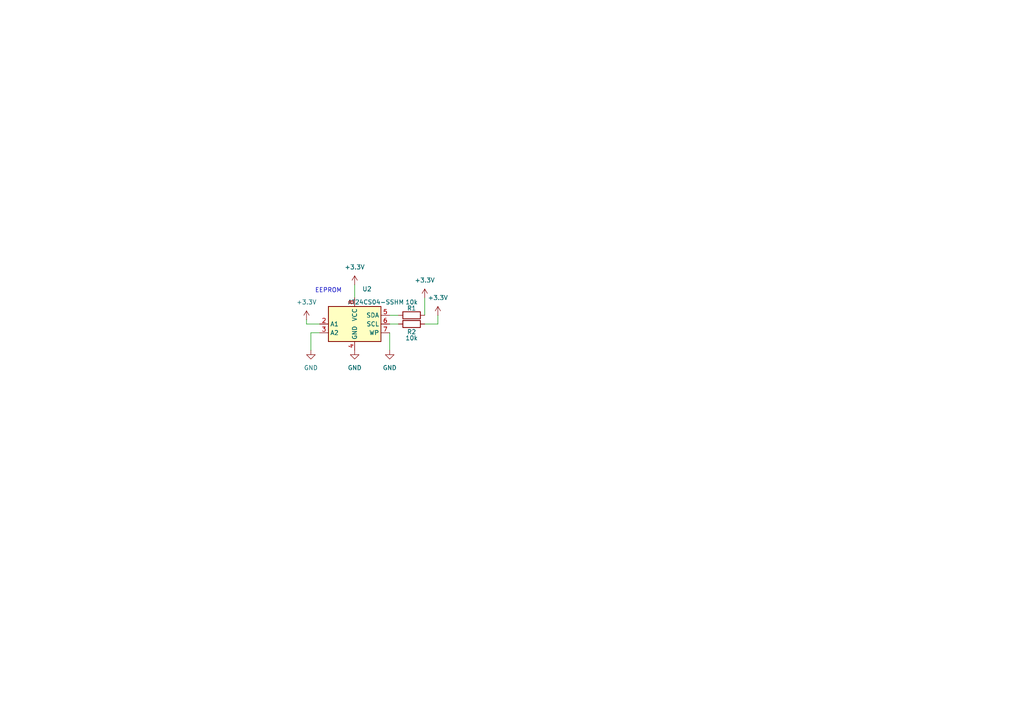
<source format=kicad_sch>
(kicad_sch (version 20250114) (generator "eeschema") (generator_version "9.0")
  (paper "A4")
  (lib_symbols
    (symbol "Device:R" (pin_numbers (hide yes)) (pin_names (offset 0))
      (property "Reference" "R" (at 2.032 0 90))
      (property "Value" "R" (at 0 0 90))
      (symbol "R_0_1"
        (rectangle (start -1.016 -2.54) (end 1.016 2.54) (stroke (width 0.254)))
      )
      (symbol "R_1_1"
        (pin passive line (at 0 3.81 270) (length 1.27) (name "~") (number "1"))
        (pin passive line (at 0 -3.81 90) (length 1.27) (name "~") (number "2"))
      )
    )
    (symbol "Memory_EEPROM:AT24CS04-SSHM"
      (property "Reference" "U" (at -7.62 6.35 0))
      (property "Value" "AT24CS04-SSHM" (at 2.54 -6.35 0))
      (symbol "AT24CS04-SSHM_1_1"
        (rectangle (start -7.62 5.08) (end 7.62 -5.08) (stroke (width 0.254)) (fill (type background)))
        (pin input line (at -10.16 0 0) (length 2.54) (name "A1") (number "2"))
        (pin input line (at -10.16 -2.54 0) (length 2.54) (name "A2") (number "3"))
        (pin no_connect line (at -7.62 2.54 0) (length 2.54) (hide yes) (name "NC") (number "1"))
        (pin power_in line (at 0 7.62 270) (length 2.54) (name "VCC") (number "8"))
        (pin power_in line (at 0 -7.62 90) (length 2.54) (name "GND") (number "4"))
        (pin bidirectional line (at 10.16 2.54 180) (length 2.54) (name "SDA") (number "5"))
        (pin input line (at 10.16 0 180) (length 2.54) (name "SCL") (number "6"))
        (pin input line (at 10.16 -2.54 180) (length 2.54) (name "WP") (number "7"))
      )
    )
    (symbol "power:+3.3V" (power) (pin_numbers (hide yes)) (pin_names (offset 0) (hide yes))
      (property "Value" "+3.3V" (at 0 3.556 0))
      (symbol "+3.3V_0_1"
        (polyline (pts (xy -0.762 1.27) (xy 0 2.54)))
        (polyline (pts (xy 0 2.54) (xy 0.762 1.27)))
        (polyline (pts (xy 0 0) (xy 0 2.54)))
      )
      (symbol "+3.3V_1_1"
        (pin power_in line (at 0 0 90) (length 0) (name "~") (number "1"))
      )
    )
    (symbol "power:GND" (power) (pin_numbers (hide yes)) (pin_names (offset 0) (hide yes))
      (property "Value" "GND" (at 0 -3.81 0))
      (symbol "GND_0_1"
        (polyline (pts (xy 0 0) (xy 0 -1.27) (xy 1.27 -1.27) (xy 0 -2.54) (xy -1.27 -1.27) (xy 0 -1.27)))
      )
      (symbol "GND_1_1"
        (pin power_in line (at 0 0 270) (length 0) (name "~") (number "1"))
      )
    )
  )
  (text "EEPROM" (at 95.25 84.328 0) (effects (font (size 1.27 1.27))))
  (wire (pts (xy 90.17 96.52) (xy 90.17 101.6)))
  (wire (pts (xy 102.87 82.55) (xy 102.87 86.36)))
  (wire (pts (xy 113.03 96.52) (xy 113.03 101.6)))
  (wire (pts (xy 123.19 86.36) (xy 123.19 91.44)))
  (wire (pts (xy 113.03 93.98) (xy 115.57 93.98)))
  (wire (pts (xy 113.03 91.44) (xy 115.57 91.44)))
  (wire (pts (xy 123.19 93.98) (xy 127 93.98)))
  (wire (pts (xy 92.71 93.98) (xy 88.9 93.98)))
  (wire (pts (xy 88.9 93.98) (xy 88.9 92.71)))
  (wire (pts (xy 127 93.98) (xy 127 91.44)))
  (wire (pts (xy 92.71 96.52) (xy 90.17 96.52)))
  (symbol (lib_id "power:GND") (at 113.03 101.6 0) (unit 1)
    (property "Reference" "#PWR011" (effects (hide yes)))
    (property "Value" "GND" (at 113.03 106.68 0))
    (property "Description" "Power symbol creates a global label with name \"GND\" , ground" (effects (hide yes)))
  )
  (symbol (lib_id "Memory_EEPROM:AT24CS04-SSHM") (at 102.87 93.98 0) (unit 1)
    (property "Reference" "U2" (at 105.0641 83.82 0) (effects (justify left)))
    (property "Value" "AT24CS04-SSHM" (at 100.838 87.63 0) (effects (justify left)))
    (property "Footprint" "Package_SO:SOIC-8_3.9x4.9mm_P1.27mm" (effects (hide yes)))
    (property "Datasheet" "http://ww1.microchip.com/downloads/en/DeviceDoc/Atmel-8766-SEEPROM-AT24CS04-08-Datasheet.pdf" (effects (hide yes)))
    (property "Description" "I2C Serial EEPROM, 4Kb (512x8) with Unique Serial Number, SO8" (effects (hide yes)))
  )
  (symbol (lib_id "power:GND") (at 90.17 101.6 0) (unit 1)
    (property "Reference" "#PWR04" (effects (hide yes)))
    (property "Value" "GND" (at 90.17 106.68 0))
    (property "Description" "Power symbol creates a global label with name \"GND\" , ground" (effects (hide yes)))
  )
  (symbol (lib_id "power:+3.3V") (at 102.87 82.55 0) (unit 1)
    (property "Reference" "#PWR09" (effects (hide yes)))
    (property "Value" "+3.3V" (at 102.87 77.47 0))
    (property "Description" "Power symbol creates a global label with name \"+3.3V\"" (effects (hide yes)))
  )
  (symbol (lib_id "power:+3.3V") (at 88.9 92.71 0) (unit 1)
    (property "Reference" "#PWR02" (effects (hide yes)))
    (property "Value" "+3.3V" (at 88.9 87.63 0))
    (property "Description" "Power symbol creates a global label with name \"+3.3V\"" (effects (hide yes)))
  )
  (symbol (lib_id "Device:R") (at 119.38 91.44 90) (unit 1)
    (property "Reference" "R1" (at 119.38 89.408 90))
    (property "Value" "10k" (at 119.38 87.63 90))
    (property "Footprint" "Resistor_SMD:R_0201_0603Metric" (effects (hide yes)))
    (property "Description" "Resistor" (effects (hide yes)))
  )
  (symbol (lib_id "Device:R") (at 119.38 93.98 90) (unit 1)
    (property "Reference" "R2" (at 119.38 96.266 90))
    (property "Value" "10k" (at 119.38 98.044 90))
    (property "Footprint" "Resistor_SMD:R_0201_0603Metric" (effects (hide yes)))
    (property "Description" "Resistor" (effects (hide yes)))
  )
  (symbol (lib_id "power:+3.3V") (at 127 91.44 0) (unit 1)
    (property "Reference" "#PWR013" (effects (hide yes)))
    (property "Value" "+3.3V" (at 127 86.36 0))
    (property "Description" "Power symbol creates a global label with name \"+3.3V\"" (effects (hide yes)))
  )
  (symbol (lib_id "power:GND") (at 102.87 101.6 0) (unit 1)
    (property "Reference" "#PWR010" (effects (hide yes)))
    (property "Value" "GND" (at 102.87 106.68 0))
    (property "Description" "Power symbol creates a global label with name \"GND\" , ground" (effects (hide yes)))
  )
  (symbol (lib_id "power:+3.3V") (at 123.19 86.36 0) (unit 1)
    (property "Reference" "#PWR012" (effects (hide yes)))
    (property "Value" "+3.3V" (at 123.19 81.28 0))
    (property "Description" "Power symbol creates a global label with name \"+3.3V\"" (effects (hide yes)))
  )
)
</source>
